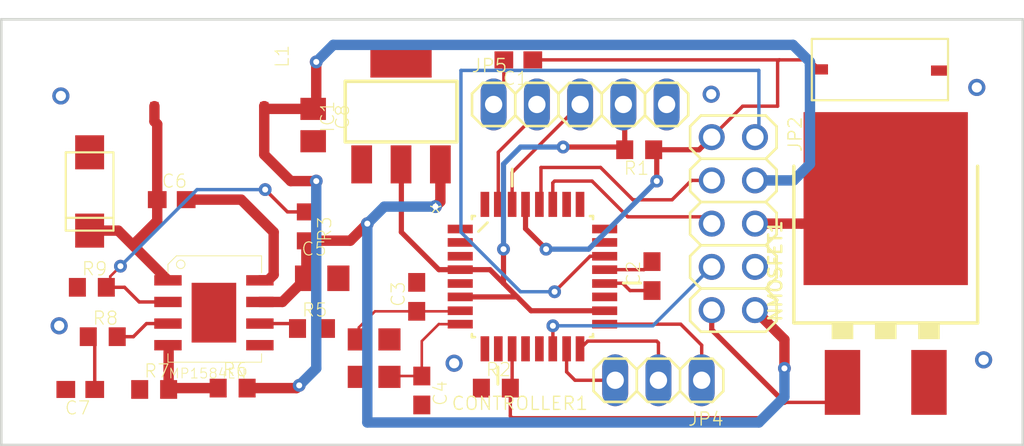
<source format=kicad_pcb>
(kicad_pcb (version 20221018) (generator pcbnew)
  (layers (0 "F.Cu" signal "Top") (31 "B.Cu" signal "Bottom") (34 "B.Paste" user) (35 "F.Paste" user) (36 "B.SilkS" user "B.Silkscreen") (37 "F.SilkS" user "F.Silkscreen") (38 "B.Mask" user) (39 "F.Mask" user) (44 "Edge.Cuts" user))
  (net 0 "")
  (net 1 "GND")
  (net 2 "/TX")
  (net 3 "/RX")
  (net 4 "/RESET")
  (net 5 "/SCL")
  (net 6 "/SDA")
  (net 7 "/POT")
  (net 8 "/AREF")
  (net 9 "/VCC")
  (net 10 "/SCK")
  (net 11 "/MISO")
  (net 12 "/MOSI")
  (net 13 "/PWM")
  (net 14 "/GATE")
  (net 15 "/XTAL2")
  (net 16 "/XTAL1")
  (net 17 "/DTR")
  (net 18 "Net-(IC1-PadTAB)")
  (net 19 "/VIN")
  (net 20 "Net-(C6-Pad2)")
  (net 21 "/FB1")
  (net 22 "/N21")
  (net 23 "/EN1")
  (net 24 "/N11")
  (net 25 "/7.2V")
  (net 26 "Net-(C7-Pad1)")
  (net 27 "/SGND")
  (net 28 "Net-(CONTROLLER1-Pad32)")
  (net 29 "Net-(CONTROLLER1-Pad26)")
  (net 30 "Net-(CONTROLLER1-Pad25)")
  (net 31 "Net-(CONTROLLER1-Pad24)")
  (net 32 "Net-(CONTROLLER1-Pad23)")
  (net 33 "Net-(CONTROLLER1-Pad13)")
  (net 34 "Net-(CONTROLLER1-Pad12)")
  (net 35 "Net-(CONTROLLER1-Pad10)")
  (net 36 "Net-(CONTROLLER1-Pad9)")
  (net 37 "Net-(CONTROLLER1-Pad2)")
  (net 38 "Net-(CONTROLLER1-Pad1)")
  (net 39 "Net-(MP1584EN_SERVO1-Pad6)")
  (footprint "ANI_I2C-SERVO_BOARD:C0603" (layer "F.Cu") (at 156.7211 107.5836 90)
    (fp_text reference "C2" (at -0.635 -0.635 90) (layer "F.SilkS") (effects (font (size 0.77216 0.77216) (thickness 0.061772)) (justify left bottom)))
    (fp_text value "0.1uf")
    (pad "1" smd rect (at -0.85 0 90) (size 1.1 1) (layers "F.Cu" "F.Paste" "F.Mask") (net 8 "/AREF"))
    (pad "2" smd rect (at 0.85 0 90) (size 1.1 1) (layers "F.Cu" "F.Paste" "F.Mask") (net 1 "GND"))
  )
  (footprint "ANI_I2C-SERVO_BOARD:C0603" (layer "F.Cu") (at 148.8711 94.8836 180)
    (fp_text reference "C1" (at -0.635 -0.635) (layer "F.SilkS") (effects (font (size 0.77216 0.77216) (thickness 0.061772)) (justify right top)))
    (fp_text value "0.1uf")
    (pad "1" smd rect (at -0.85 0 180) (size 1.1 1) (layers "F.Cu" "F.Paste" "F.Mask") (net 4 "/RESET"))
    (pad "2" smd rect (at 0.85 0 180) (size 1.1 1) (layers "F.Cu" "F.Paste" "F.Mask") (net 17 "/DTR"))
  )
  (footprint "ANI_I2C-SERVO_BOARD:C0805" (layer "F.Cu") (at 137.3511 107.7136)
    (fp_text reference "C5" (at -1.27 -1.27) (layer "F.SilkS") (effects (font (size 0.77216 0.77216) (thickness 0.061772)) (justify left bottom)))
    (fp_text value "10uf")
    (pad "1" smd rect (at -0.95 0) (size 1.3 1.5) (layers "F.Cu" "F.Paste" "F.Mask") (net 19 "/VIN"))
    (pad "2" smd rect (at 0.95 0) (size 1.3 1.5) (layers "F.Cu" "F.Paste" "F.Mask") (net 1 "GND"))
  )
  (footprint "ANI_I2C-SERVO_BOARD:C0805" (layer "F.Cu") (at 136.8211 98.7136 -90)
    (fp_text reference "C8" (at -1.27 -1.27 90) (layer "F.SilkS") (effects (font (size 0.77216 0.77216) (thickness 0.061772)) (justify right top)))
    (fp_text value "22uf/6.3V")
    (pad "1" smd rect (at -0.95 0 270) (size 1.3 1.5) (layers "F.Cu" "F.Paste" "F.Mask") (net 25 "/7.2V"))
    (pad "2" smd rect (at 0.95 0 270) (size 1.3 1.5) (layers "F.Cu" "F.Paste" "F.Mask") (net 1 "GND"))
  )
  (footprint "ANI_I2C-SERVO_BOARD:C0603" (layer "F.Cu") (at 123.1411 114.2436 180)
    (fp_text reference "C7" (at -0.635 -0.635) (layer "F.SilkS") (effects (font (size 0.77216 0.77216) (thickness 0.061772)) (justify right top)))
    (fp_text value "150pf")
    (pad "1" smd rect (at -0.85 0 180) (size 1.1 1) (layers "F.Cu" "F.Paste" "F.Mask") (net 26 "Net-(C7-Pad1)"))
    (pad "2" smd rect (at 0.85 0 180) (size 1.1 1) (layers "F.Cu" "F.Paste" "F.Mask") (net 1 "GND"))
  )
  (footprint "ANI_I2C-SERVO_BOARD:C0603" (layer "F.Cu") (at 128.5111 103.0936)
    (fp_text reference "C6" (at -0.635 -0.635) (layer "F.SilkS") (effects (font (size 0.77216 0.77216) (thickness 0.061772)) (justify left bottom)))
    (fp_text value "100nf")
    (pad "1" smd rect (at -0.85 0) (size 1.1 1) (layers "F.Cu" "F.Paste" "F.Mask") (net 24 "/N11"))
    (pad "2" smd rect (at 0.85 0) (size 1.1 1) (layers "F.Cu" "F.Paste" "F.Mask") (net 20 "Net-(C6-Pad2)"))
  )
  (footprint "ANI_I2C-SERVO_BOARD:SOT223" (layer "F.Cu") (at 141.9811 97.9236)
    (fp_text reference "IC1" (at -3.8608 1.27 90) (layer "F.SilkS") (effects (font (size 0.77216 0.77216) (thickness 0.061772)) (justify left bottom)))
    (fp_text value "LM1117MPX-")
    (fp_line (start -3.277 -1.778) (end 3.277 -1.778) (stroke (width 0.2032)) (layer "F.SilkS"))
    (fp_line (start -3.277 1.778) (end -3.277 -1.778) (stroke (width 0.2032)) (layer "F.SilkS"))
    (fp_line (start 3.277 -1.778) (end 3.277 1.778) (stroke (width 0.2032)) (layer "F.SilkS"))
    (fp_line (start 3.277 1.778) (end -3.277 1.778) (stroke (width 0.2032)) (layer "F.SilkS"))
    (pad "1" smd rect (at -2.311 3.099) (size 1.219 2.235) (layers "F.Cu" "F.Paste" "F.Mask") (net 1 "GND"))
    (pad "2" smd rect (at 0 3.099) (size 1.219 2.235) (layers "F.Cu" "F.Paste" "F.Mask") (net 9 "/VCC"))
    (pad "3" smd rect (at 2.311 3.099) (size 1.219 2.235) (layers "F.Cu" "F.Paste" "F.Mask") (net 19 "/VIN"))
    (pad "TAB" smd rect (at 0 -3.099) (size 3.6 2.2) (layers "F.Cu" "F.Paste" "F.Mask") (net 18 "Net-(IC1-PadTAB)"))
  )
  (footprint "ANI_I2C-SERVO_BOARD:MSS7341" (layer "F.Cu") (at 130.7211 97.6036 -90)
    (fp_text reference "L1" (at -3.65 -3.825 90) (layer "F.SilkS") (effects (font (size 0.77216 0.77216) (thickness 0.061772)) (justify right top)))
    (fp_text value "MSS7341")
    (pad "1" smd rect (at 0 -3.225 270) (size 0.5 0.5) (layers "F.Cu" "F.Mask") (net 25 "/7.2V"))
    (pad "2" smd rect (at 0 3.225 90) (size 0.5 0.5) (layers "F.Cu" "F.Mask") (net 24 "/N11"))
  )
  (footprint "ANI_I2C-SERVO_BOARD:SOP-8" (layer "F.Cu") (at 128.2911 111.6436)
    (fp_text reference "MP1584EN_SERVO1" hide)
    (fp_text value "MP1584EN" hide)
    (fp_text user "MP1584EN" (at 0 2) (layer "F.SilkS") (effects (font (size 0.57912 0.57912) (thickness 0.048768)) (justify left bottom)))
    (fp_line (start 0 -4.75) (end 0.5 -5.25) (stroke (width 0.05)) (layer "F.SilkS"))
    (fp_line (start 0 -4.25) (end 0 -4.75) (stroke (width 0.05)) (layer "F.SilkS"))
    (fp_line (start 0 0.5) (end 0 1) (stroke (width 0.05)) (layer "F.SilkS"))
    (fp_line (start 0 1) (end 5.5 1) (stroke (width 0.05)) (layer "F.SilkS"))
    (fp_line (start 0.5 -5.25) (end 5.5 -5.25) (stroke (width 0.05)) (layer "F.SilkS"))
    (fp_line (start 5.5 -5.25) (end 5.5 -4.25) (stroke (width 0.05)) (layer "F.SilkS"))
    (fp_line (start 5.5 1) (end 5.5 0.5) (stroke (width 0.05)) (layer "F.SilkS"))
    (fp_circle (center 0.75 -4.75) (end 1 -4.75) (stroke (width 0.05)) (fill none) (layer "F.SilkS"))
    (pad "1" smd rect (at 0 -3.81) (size 1.61 0.61) (layers "F.Cu" "F.Paste" "F.Mask") (net 24 "/N11"))
    (pad "2" smd rect (at 0 -2.54) (size 1.61 0.61) (layers "F.Cu" "F.Paste" "F.Mask") (net 23 "/EN1"))
    (pad "3" smd rect (at 0 -1.27) (size 1.61 0.61) (layers "F.Cu" "F.Paste" "F.Mask") (net 22 "/N21"))
    (pad "4" smd rect (at 0 0) (size 1.61 0.61) (layers "F.Cu" "F.Paste" "F.Mask") (net 21 "/FB1"))
    (pad "5" smd rect (at 5.4 0) (size 1.61 0.61) (layers "F.Cu" "F.Paste" "F.Mask") (net 1 "GND"))
    (pad "6" smd rect (at 5.4 -1.27) (size 1.61 0.61) (layers "F.Cu" "F.Paste" "F.Mask") (net 39 "Net-(MP1584EN_SERVO1-Pad6)"))
    (pad "7" smd rect (at 5.4 -2.54) (size 1.61 0.61) (layers "F.Cu" "F.Paste" "F.Mask") (net 19 "/VIN"))
    (pad "8" smd rect (at 5.4 -3.81) (size 1.61 0.61) (layers "F.Cu" "F.Paste" "F.Mask") (net 20 "Net-(C6-Pad2)"))
    (pad "9" smd rect (at 2.7 -1.91 90) (size 3.51 2.62) (layers "F.Cu" "F.Paste" "F.Mask"))
  )
  (footprint "ANI_I2C-SERVO_BOARD:R0603" (layer "F.Cu") (at 132.0911 114.1636)
    (fp_text reference "R6" (at -0.635 -0.635) (layer "F.SilkS") (effects (font (size 0.77216 0.77216) (thickness 0.061772)) (justify left bottom)))
    (fp_text value "320k")
    (pad "1" smd rect (at -0.85 0) (size 1 1.1) (layers "F.Cu" "F.Paste" "F.Mask") (net 21 "/FB1"))
    (pad "2" smd rect (at 0.85 0) (size 1 1.1) (layers "F.Cu" "F.Paste" "F.Mask") (net 25 "/7.2V"))
  )
  (footprint "ANI_I2C-SERVO_BOARD:R0603" (layer "F.Cu") (at 127.4811 114.2436)
    (fp_text reference "R7" (at -0.635 -0.635) (layer "F.SilkS") (effects (font (size 0.77216 0.77216) (thickness 0.061772)) (justify left bottom)))
    (fp_text value "40.2k")
    (pad "1" smd rect (at -0.85 0) (size 1 1.1) (layers "F.Cu" "F.Paste" "F.Mask") (net 1 "GND"))
    (pad "2" smd rect (at 0.85 0) (size 1 1.1) (layers "F.Cu" "F.Paste" "F.Mask") (net 21 "/FB1"))
  )
  (footprint "ANI_I2C-SERVO_BOARD:R0603" (layer "F.Cu") (at 124.4611 111.1436)
    (fp_text reference "R8" (at -0.635 -0.635) (layer "F.SilkS") (effects (font (size 0.77216 0.77216) (thickness 0.061772)) (justify left bottom)))
    (fp_text value "100k")
    (pad "1" smd rect (at -0.85 0) (size 1 1.1) (layers "F.Cu" "F.Paste" "F.Mask") (net 26 "Net-(C7-Pad1)"))
    (pad "2" smd rect (at 0.85 0) (size 1 1.1) (layers "F.Cu" "F.Paste" "F.Mask") (net 22 "/N21"))
  )
  (footprint "ANI_I2C-SERVO_BOARD:R0603" (layer "F.Cu") (at 136.4111 104.6636 -90)
    (fp_text reference "R3" (at -0.635 -0.635 90) (layer "F.SilkS") (effects (font (size 0.77216 0.77216) (thickness 0.061772)) (justify right top)))
    (fp_text value "100k")
    (pad "1" smd rect (at -0.85 0 270) (size 1 1.1) (layers "F.Cu" "F.Paste" "F.Mask") (net 23 "/EN1"))
    (pad "2" smd rect (at 0.85 0 270) (size 1 1.1) (layers "F.Cu" "F.Paste" "F.Mask") (net 19 "/VIN"))
  )
  (footprint "ANI_I2C-SERVO_BOARD:R0603" (layer "F.Cu") (at 136.7511 110.6636)
    (fp_text reference "R5" (at -0.635 -0.635) (layer "F.SilkS") (effects (font (size 0.77216 0.77216) (thickness 0.061772)) (justify left bottom)))
    (fp_text value "100k")
    (pad "1" smd rect (at -0.85 0) (size 1 1.1) (layers "F.Cu" "F.Paste" "F.Mask") (net 39 "Net-(MP1584EN_SERVO1-Pad6)"))
    (pad "2" smd rect (at 0.85 0) (size 1 1.1) (layers "F.Cu" "F.Paste" "F.Mask") (net 1 "GND"))
  )
  (footprint "ANI_I2C-SERVO_BOARD:R0603" (layer "F.Cu") (at 155.9711 100.1636 180)
    (fp_text reference "R1" (at -0.635 -0.635) (layer "F.SilkS") (effects (font (size 0.77216 0.77216) (thickness 0.061772)) (justify right top)))
    (fp_text value "10k")
    (pad "1" smd rect (at -0.85 0 180) (size 1 1.1) (layers "F.Cu" "F.Paste" "F.Mask") (net 4 "/RESET"))
    (pad "2" smd rect (at 0.85 0 180) (size 1 1.1) (layers "F.Cu" "F.Paste" "F.Mask") (net 9 "/VCC"))
  )
  (footprint "ANI_I2C-SERVO_BOARD:R0603" (layer "F.Cu") (at 123.8211 108.2436)
    (fp_text reference "R9" (at -0.635 -0.635) (layer "F.SilkS") (effects (font (size 0.77216 0.77216) (thickness 0.061772)) (justify left bottom)))
    (fp_text value "24.9k")
    (pad "1" smd rect (at -0.85 0) (size 1 1.1) (layers "F.Cu" "F.Paste" "F.Mask") (net 1 "GND"))
    (pad "2" smd rect (at 0.85 0) (size 1 1.1) (layers "F.Cu" "F.Paste" "F.Mask") (net 23 "/EN1"))
  )
  (footprint "ANI_I2C-SERVO_BOARD:R0603" (layer "F.Cu") (at 147.5511 114.1636)
    (fp_text reference "R2" (at -0.635 -0.635) (layer "F.SilkS") (effects (font (size 0.77216 0.77216) (thickness 0.061772)) (justify left bottom)))
    (fp_text value "10k")
    (pad "1" smd rect (at -0.85 0) (size 1 1.1) (layers "F.Cu" "F.Paste" "F.Mask") (net 1 "GND"))
    (pad "2" smd rect (at 0.85 0) (size 1 1.1) (layers "F.Cu" "F.Paste" "F.Mask") (net 14 "/GATE"))
  )
  (footprint "ANI_I2C-SERVO_BOARD:SMA-SS34" (layer "F.Cu") (at 125.0911 100.3136 -90)
    (fp_text reference "SS34_1" hide)
    (fp_text value "SMA-SS34/1N5822" hide)
    (fp_line (start 0 2.8) (end 0 0) (stroke (width 0.127)) (layer "F.SilkS"))
    (fp_line (start 0.05 0) (end 3.81 0) (stroke (width 0.127)) (layer "F.SilkS"))
    (fp_line (start 3.81 0) (end 3.85 0) (stroke (width 0.127)) (layer "F.SilkS"))
    (fp_line (start 3.85 0) (end 3.85 2.75) (stroke (width 0.127)) (layer "F.SilkS"))
    (fp_line (start 3.85 0) (end 4.6 0) (stroke (width 0.127)) (layer "F.SilkS"))
    (fp_line (start 4.6 0) (end 4.6 2.8) (stroke (width 0.127)) (layer "F.SilkS"))
    (fp_line (start 4.6 2.8) (end 0 2.8) (stroke (width 0.127)) (layer "F.SilkS"))
    (pad "1" smd rect (at 0 1.4 270) (size 2 1.7) (layers "F.Cu" "F.Paste" "F.Mask") (net 1 "GND"))
    (pad "2" smd rect (at 4.6 1.4 270) (size 2 1.7) (layers "F.Cu" "F.Paste" "F.Mask") (net 24 "/N11"))
  )
  (footprint "ANI_I2C-SERVO_BOARD:D2PAK" (layer "F.Cu") (at 170.4511 105.5736)
    (fp_text reference "NMOSFET1" (at -6.0325 4.7625 90) (layer "F.SilkS") (effects (font (size 0.77216 0.77216) (thickness 0.138988)) (justify left bottom)))
    (fp_text value "IRF540_D2PAK")
    (fp_line (start -5.3975 4.7625) (end -5.3975 -4.445) (stroke (width 0.2032)) (layer "F.SilkS"))
    (fp_line (start 5.3975 -4.445) (end 5.3975 4.7625) (stroke (width 0.2032)) (layer "F.SilkS"))
    (fp_line (start 5.3975 4.7625) (end -5.3975 4.7625) (stroke (width 0.2032)) (layer "F.SilkS"))
    (fp_poly (pts (xy -3.175 5.715) (xy -1.905 5.715) (xy -1.905 4.7625) (xy -3.175 4.7625)) (fill solid) (layer "F.SilkS"))
    (fp_poly (pts (xy -0.635 5.715) (xy 0.635 5.715) (xy 0.635 4.7624) (xy -0.635 4.7624)) (fill solid) (layer "F.SilkS"))
    (fp_poly (pts (xy 1.905 5.715) (xy 3.175 5.715) (xy 3.175 4.7625) (xy 1.905 4.7625)) (fill solid) (layer "F.SilkS"))
    (pad "1" smd rect (at -2.54 8.255 180) (size 2.08 3.81) (layers "F.Cu" "F.Paste" "F.Mask") (net 14 "/GATE"))
    (pad "2" smd rect (at 0 -2.54 270) (size 10.16 9.652) (layers "F.Cu" "F.Paste" "F.Mask") (net 27 "/SGND"))
    (pad "3" smd rect (at 2.54 8.255 180) (size 2.08 3.81) (layers "F.Cu" "F.Paste" "F.Mask") (net 1 "GND"))
  )
  (footprint "ANI_I2C-SERVO_BOARD:RST_SW_3.6X8_0.6X1MM" (layer "F.Cu") (at 174.1111 93.6536 180)
    (fp_text reference "TACTILE1" hide)
    (fp_text value "RST_SW_3.6X8_0.6X1MM" hide)
    (fp_line (start 0 -3.6) (end 0 0) (stroke (width 0.127)) (layer "F.SilkS"))
    (fp_line (start 0 0) (end 8 0) (stroke (width 0.127)) (layer "F.SilkS"))
    (fp_line (start 8 -3.6) (end 0 -3.6) (stroke (width 0.127)) (layer "F.SilkS"))
    (fp_line (start 8 0) (end 8 -3.6) (stroke (width 0.127)) (layer "F.SilkS"))
    (pad "P$1" smd rect (at 0.5 -1.86 180) (size 1 0.6) (layers "F.Cu" "F.Paste" "F.Mask") (net 1 "GND"))
    (pad "P$2" smd rect (at 7.55 -1.79 180) (size 1 0.6) (layers "F.Cu" "F.Paste" "F.Mask") (net 4 "/RESET"))
  )
  (footprint "ANI_I2C-SERVO_BOARD:QFP80P900X900X120-32N" (layer "F.Cu") (at 149.7011 107.6136)
    (fp_text reference "CONTROLLER1" (at -4.8006 7.8994) (layer "F.SilkS") (effects (font (size 0.77216 0.77216) (thickness 0.077216)) (justify left bottom)))
    (fp_text value "ATMEGA328P-AU")
    (fp_text user "*" (at -6.1976 -2.9464) (layer "F.SilkS") (effects (font (size 1.2065 1.2065) (thickness 0.0762)) (justify left bottom)))
    (fp_line (start -3.556 -3.556) (end -3.556 -3.3782) (stroke (width 0.1524)) (layer "F.SilkS"))
    (fp_line (start -3.556 3.3782) (end -3.556 3.556) (stroke (width 0.1524)) (layer "F.SilkS"))
    (fp_line (start -3.556 3.556) (end -3.3782 3.556) (stroke (width 0.1524)) (layer "F.SilkS"))
    (fp_line (start -3.3782 -3.556) (end -3.556 -3.556) (stroke (width 0.1524)) (layer "F.SilkS"))
    (fp_line (start -3.175 -2.6416) (end -2.6416 -3.175) (stroke (width 0.1524)) (layer "F.SilkS"))
    (fp_line (start -2.032 6.3246) (end -2.032 5.3086) (stroke (width 0.1524)) (layer "F.SilkS"))
    (fp_line (start -2.032 6.3246) (end -2.032 5.3086) (stroke (width 0.1524)) (layer "F.SilkS"))
    (fp_line (start -2.032 6.3246) (end -2.032 5.3086) (stroke (width 0.1524)) (layer "F.SilkS"))
    (fp_line (start -1.1938 -5.3086) (end -1.1938 -6.3246) (stroke (width 0.1524)) (layer "F.SilkS"))
    (fp_line (start 3.3782 3.556) (end 3.556 3.556) (stroke (width 0.1524)) (layer "F.SilkS"))
    (fp_line (start 3.556 -3.556) (end 3.3782 -3.556) (stroke (width 0.1524)) (layer "F.SilkS"))
    (fp_line (start 3.556 -3.3782) (end 3.556 -3.556) (stroke (width 0.1524)) (layer "F.SilkS"))
    (fp_line (start 3.556 3.556) (end 3.556 3.3782) (stroke (width 0.1524)) (layer "F.SilkS"))
    (fp_line (start 5.334 0.381) (end 6.35 0.381) (stroke (width 0.1524)) (layer "F.SilkS"))
    (fp_line (start 5.334 0.381) (end 6.35 0.381) (stroke (width 0.1524)) (layer "F.SilkS"))
    (fp_line (start 5.334 0.381) (end 6.35 0.381) (stroke (width 0.1524)) (layer "F.SilkS"))
    (fp_line (start 5.334 0.381) (end 6.35 0.381) (stroke (width 0.1524)) (layer "F.SilkS"))
    (pad "1" smd rect (at -4.2418 -2.794 270) (size 0.508 1.4732) (layers "F.Cu" "F.Paste" "F.Mask") (net 38 "Net-(CONTROLLER1-Pad1)"))
    (pad "2" smd rect (at -4.2418 -2.0066 270) (size 0.508 1.4732) (layers "F.Cu" "F.Paste" "F.Mask") (net 37 "Net-(CONTROLLER1-Pad2)"))
    (pad "3" smd rect (at -4.2418 -1.1938 270) (size 0.508 1.4732) (layers "F.Cu" "F.Paste" "F.Mask") (net 1 "GND"))
    (pad "4" smd rect (at -4.2418 -0.4064 270) (size 0.508 1.4732) (layers "F.Cu" "F.Paste" "F.Mask") (net 9 "/VCC"))
    (pad "5" smd rect (at -4.2418 0.4064 270) (size 0.508 1.4732) (layers "F.Cu" "F.Paste" "F.Mask") (net 1 "GND"))
    (pad "6" smd rect (at -4.2418 1.1938 270) (size 0.508 1.4732) (layers "F.Cu" "F.Paste" "F.Mask") (net 9 "/VCC"))
    (pad "7" smd rect (at -4.2418 2.0066 270) (size 0.508 1.4732) (layers "F.Cu" "F.Paste" "F.Mask") (net 16 "/XTAL1"))
    (pad "8" smd rect (at -4.2418 2.794 270) (size 0.508 1.4732) (layers "F.Cu" "F.Paste" "F.Mask") (net 15 "/XTAL2"))
    (pad "9" smd rect (at -2.794 4.2418 180) (size 0.508 1.4732) (layers "F.Cu" "F.Paste" "F.Mask") (net 36 "Net-(CONTROLLER1-Pad9)"))
    (pad "10" smd rect (at -2.0066 4.2418 180) (size 0.508 1.4732) (layers "F.Cu" "F.Paste" "F.Mask") (net 35 "Net-(CONTROLLER1-Pad10)"))
    (pad "11" smd rect (at -1.1938 4.2418 180) (size 0.508 1.4732) (layers "F.Cu" "F.Paste" "F.Mask") (net 14 "/GATE"))
    (pad "12" smd rect (at -0.4064 4.2418 180) (size 0.508 1.4732) (layers "F.Cu" "F.Paste" "F.Mask") (net 34 "Net-(CONTROLLER1-Pad12)"))
    (pad "13" smd rect (at 0.4064 4.2418 180) (size 0.508 1.4732) (layers "F.Cu" "F.Paste" "F.Mask") (net 33 "Net-(CONTROLLER1-Pad13)"))
    (pad "14" smd rect (at 1.1938 4.2418 180) (size 0.508 1.4732) (layers "F.Cu" "F.Paste" "F.Mask") (net 13 "/PWM"))
    (pad "15" smd rect (at 2.0066 4.2418 180) (size 0.508 1.4732) (layers "F.Cu" "F.Paste" "F.Mask") (net 12 "/MOSI"))
    (pad "16" smd rect (at 2.794 4.2418 180) (size 0.508 1.4732) (layers "F.Cu" "F.Paste" "F.Mask") (net 11 "/MISO"))
    (pad "17" smd rect (at 4.2418 2.794 270) (size 0.508 1.4732) (layers "F.Cu" "F.Paste" "F.Mask") (net 10 "/SCK"))
    (pad "18" smd rect (at 4.2418 2.0066 270) (size 0.508 1.4732) (layers "F.Cu" "F.Paste" "F.Mask") (net 9 "/VCC"))
    (pad "19" smd rect (at 4.2418 1.1938 270) (size 0.508 1.4732) (layers "F.Cu" "F.Paste" "F.Mask") (net 1 "GND"))
    (pad "20" smd rect (at 4.2418 0.4064 270) (size 0.508 1.4732) (layers "F.Cu" "F.Paste" "F.Mask") (net 8 "/AREF"))
    (pad "21" smd rect (at 4.2418 -0.4064 270) (size 0.508 1.4732) (layers "F.Cu" "F.Paste" "F.Mask") (net 1 "GND"))
    (pad "22" smd rect (at 4.2418 -1.1938 270) (size 0.508 1.4732) (layers "F.Cu" "F.Paste" "F.Mask") (net 7 "/POT"))
    (pad "23" smd rect (at 4.2418 -2.0066 270) (size 0.508 1.4732) (layers "F.Cu" "F.Paste" "F.Mask") (net 32 "Net-(CONTROLLER1-Pad23)"))
    (pad "24" smd rect (at 4.2418 -2.794 270) (size 0.508 1.4732) (layers "F.Cu" "F.Paste" "F.Mask") (net 31 "Net-(CONTROLLER1-Pad24)"))
    (pad "25" smd rect (at 2.794 -4.2418 180) (size 0.508 1.4732) (layers "F.Cu" "F.Paste" "F.Mask") (net 30 "Net-(CONTROLLER1-Pad25)"))
    (pad "26" smd rect (at 2.0066 -4.2418 180) (size 0.508 1.4732) (layers "F.Cu" "F.Paste" "F.Mask") (net 29 "Net-(CONTROLLER1-Pad26)"))
    (pad "27" smd rect (at 1.1938 -4.2418 180) (size 0.508 1.4732) (layers "F.Cu" "F.Paste" "F.Mask") (net 6 "/SDA"))
    (pad "28" smd rect (at 0.4064 -4.2418 180) (size 0.508 1.4732) (layers "F.Cu" "F.Paste" "F.Mask") (net 5 "/SCL"))
    (pad "29" smd rect (at -0.4064 -4.2418 180) (size 0.508 1.4732) (layers "F.Cu" "F.Paste" "F.Mask") (net 4 "/RESET"))
    (pad "30" smd rect (at -1.1938 -4.2418 180) (size 0.508 1.4732) (layers "F.Cu" "F.Paste" "F.Mask") (net 3 "/RX"))
    (pad "31" smd rect (at -2.0066 -4.2418 180) (size 0.508 1.4732) (layers "F.Cu" "F.Paste" "F.Mask") (net 2 "/TX"))
    (pad "32" smd rect (at -2.794 -4.2418 180) (size 0.508 1.4732) (layers "F.Cu" "F.Paste" "F.Mask") (net 28 "Net-(CONTROLLER1-Pad32)"))
  )
  (footprint "ANI_I2C-SERVO_BOARD:1X03" (layer "F.Cu") (at 157.1011 113.7036 180)
    (fp_text reference "JP4" (at -3.8862 -1.8288) (layer "F.SilkS") (effects (font (size 0.77216 0.77216) (thickness 0.077216)) (justify right top)))
    (fp_text value "PINHD-1X3")
    (fp_line (start -3.81 -0.635) (end -3.81 0.635) (stroke (width 0.1524)) (layer "F.SilkS"))
    (fp_line (start -3.81 0.635) (end -3.175 1.27) (stroke (width 0.1524)) (layer "F.SilkS"))
    (fp_line (start -3.175 -1.27) (end -3.81 -0.635) (stroke (width 0.1524)) (layer "F.SilkS"))
    (fp_line (start -3.175 -1.27) (end -1.905 -1.27) (stroke (width 0.1524)) (layer "F.SilkS"))
    (fp_line (start -1.905 -1.27) (end -1.27 -0.635) (stroke (width 0.1524)) (layer "F.SilkS"))
    (fp_line (start -1.905 1.27) (end -3.175 1.27) (stroke (width 0.1524)) (layer "F.SilkS"))
    (fp_line (start -1.27 -0.635) (end -1.27 0.635) (stroke (width 0.1524)) (layer "F.SilkS"))
    (fp_line (start -1.27 -0.635) (end -0.635 -1.27) (stroke (width 0.1524)) (layer "F.SilkS"))
    (fp_line (start -1.27 0.635) (end -1.905 1.27) (stroke (width 0.1524)) (layer "F.SilkS"))
    (fp_line (start -0.635 -1.27) (end 0.635 -1.27) (stroke (width 0.1524)) (layer "F.SilkS"))
    (fp_line (start -0.635 1.27) (end -1.27 0.635) (stroke (width 0.1524)) (layer "F.SilkS"))
    (fp_line (start 0.635 -1.27) (end 1.27 -0.635) (stroke (width 0.1524)) (layer "F.SilkS"))
    (fp_line (start 0.635 1.27) (end -0.635 1.27) (stroke (width 0.1524)) (layer "F.SilkS"))
    (fp_line (start 1.27 -0.635) (end 1.27 0.635) (stroke (width 0.1524)) (layer "F.SilkS"))
    (fp_line (start 1.27 -0.635) (end 1.905 -1.27) (stroke (width 0.1524)) (layer "F.SilkS"))
    (fp_line (start 1.27 0.635) (end 0.635 1.27) (stroke (width 0.1524)) (layer "F.SilkS"))
    (fp_line (start 1.905 -1.27) (end 3.175 -1.27) (stroke (width 0.1524)) (layer "F.SilkS"))
    (fp_line (start 1.905 1.27) (end 1.27 0.635) (stroke (width 0.1524)) (layer "F.SilkS"))
    (fp_line (start 3.175 -1.27) (end 3.81 -0.635) (stroke (width 0.1524)) (layer "F.SilkS"))
    (fp_line (start 3.175 1.27) (end 1.905 1.27) (stroke (width 0.1524)) (layer "F.SilkS"))
    (fp_line (start 3.81 -0.635) (end 3.81 0.635) (stroke (width 0.1524)) (layer "F.SilkS"))
    (fp_line (start 3.81 0.635) (end 3.175 1.27) (stroke (width 0.1524)) (layer "F.SilkS"))
    (pad "1" thru_hole oval (at -2.54 0 270) (size 3.048 1.524) (drill 1.016) (layers "*.Cu" "*.Mask") (net 10 "/SCK"))
    (pad "2" thru_hole oval (at 0 0 270) (size 3.048 1.524) (drill 1.016) (layers "*.Cu" "*.Mask") (net 11 "/MISO"))
    (pad "3" thru_hole oval (at 2.54 0 270) (size 3.048 1.524) (drill 1.016) (layers "*.Cu" "*.Mask") (net 12 "/MOSI"))
  )
  (footprint "ANI_I2C-SERVO_BOARD:2X05" (layer "F.Cu") (at 161.5011 104.5036 -90)
    (fp_text reference "JP2" (at -6.35 -3.175 90) (layer "F.SilkS") (effects (font (size 0.77216 0.77216) (thickness 0.077216)) (justify right top)))
    (fp_text value "PINHD-2X5")
    (fp_line (start -6.35 -1.905) (end -5.715 -2.54) (stroke (width 0.1524)) (layer "F.SilkS"))
    (fp_line (start -6.35 1.905) (end -6.35 -1.905) (stroke (width 0.1524)) (layer "F.SilkS"))
    (fp_line (start -6.35 1.905) (end -5.715 2.54) (stroke (width 0.1524)) (layer "F.SilkS"))
    (fp_line (start -5.715 -2.54) (end -4.445 -2.54) (stroke (width 0.1524)) (layer "F.SilkS"))
    (fp_line (start -5.715 2.54) (end -4.445 2.54) (stroke (width 0.1524)) (layer "F.SilkS"))
    (fp_line (start -4.445 -2.54) (end -3.81 -1.905) (stroke (width 0.1524)) (layer "F.SilkS"))
    (fp_line (start -4.445 2.54) (end -3.81 1.905) (stroke (width 0.1524)) (layer "F.SilkS"))
    (fp_line (start -3.81 -1.905) (end -3.81 1.905) (stroke (width 0.1524)) (layer "F.SilkS"))
    (fp_line (start -3.81 -1.905) (end -3.175 -2.54) (stroke (width 0.1524)) (layer "F.SilkS"))
    (fp_line (start -3.81 1.905) (end -3.175 2.54) (stroke (width 0.1524)) (layer "F.SilkS"))
    (fp_line (start -3.175 -2.54) (end -1.905 -2.54) (stroke (width 0.1524)) (layer "F.SilkS"))
    (fp_line (start -3.175 2.54) (end -1.905 2.54) (stroke (width 0.1524)) (layer "F.SilkS"))
    (fp_line (start -1.905 -2.54) (end -1.27 -1.905) (stroke (width 0.1524)) (layer "F.SilkS"))
    (fp_line (start -1.905 2.54) (end -1.27 1.905) (stroke (width 0.1524)) (layer "F.SilkS"))
    (fp_line (start -1.27 -1.905) (end -1.27 1.905) (stroke (width 0.1524)) (layer "F.SilkS"))
    (fp_line (start -1.27 -1.905) (end -0.635 -2.54) (stroke (width 0.1524)) (layer "F.SilkS"))
    (fp_line (start -1.27 1.905) (end -0.635 2.54) (stroke (width 0.1524)) (layer "F.SilkS"))
    (fp_line (start -0.635 -2.54) (end 0.635 -2.54) (stroke (width 0.1524)) (layer "F.SilkS"))
    (fp_line (start -0.635 2.54) (end 0.635 2.54) (stroke (width 0.1524)) (layer "F.SilkS"))
    (fp_line (start 0.635 -2.54) (end 1.27 -1.905) (stroke (width 0.1524)) (layer "F.SilkS"))
    (fp_line (start 0.635 2.54) (end 1.27 1.905) (stroke (width 0.1524)) (layer "F.SilkS"))
    (fp_line (start 1.27 -1.905) (end 1.27 1.905) (stroke (width 0.1524)) (layer "F.SilkS"))
    (fp_line (start 1.27 -1.905) (end 1.905 -2.54) (stroke (width 0.1524)) (layer "F.SilkS"))
    (fp_line (start 1.27 1.905) (end 1.905 2.54) (stroke (width 0.1524)) (layer "F.SilkS"))
    (fp_line (start 1.905 -2.54) (end 3.175 -2.54) (stroke (width 0.1524)) (layer "F.SilkS"))
    (fp_line (start 1.905 2.54) (end 3.175 2.54) (stroke (width 0.1524)) (layer "F.SilkS"))
    (fp_line (start 3.175 -2.54) (end 3.81 -1.905) (stroke (width 0.1524)) (layer "F.SilkS"))
    (fp_line (start 3.175 2.54) (end 3.81 1.905) (stroke (width 0.1524)) (layer "F.SilkS"))
    (fp_line (start 3.81 -1.905) (end 3.81 1.905) (stroke (width 0.1524)) (layer "F.SilkS"))
    (fp_line (start 3.81 -1.905) (end 4.445 -2.54) (stroke (width 0.1524)) (layer "F.SilkS"))
    (fp_line (start 3.81 1.905) (end 4.445 2.54) (stroke (width 0.1524)) (layer "F.SilkS"))
    (fp_line (start 4.445 -2.54) (end 5.715 -2.54) (stroke (width 0.1524)) (layer "F.SilkS"))
    (fp_line (start 4.445 2.54) (end 5.715 2.54) (stroke (width 0.1524)) (layer "F.SilkS"))
    (fp_line (start 5.715 -2.54) (end 6.35 -1.905) (stroke (width 0.1524)) (layer "F.SilkS"))
    (fp_line (start 5.715 2.54) (end 6.35 1.905) (stroke (width 0.1524)) (layer "F.SilkS"))
    (fp_line (start 6.35 -1.905) (end 6.35 1.905) (stroke (width 0.1524)) (layer "F.SilkS"))
    (pad "1" thru_hole circle (at -5.08 1.27 270) (size 1.524 1.524) (drill 1.016) (layers "*.Cu" "*.Mask") (net 4 "/RESET"))
    (pad "2" thru_hole circle (at -5.08 -1.27 270) (size 1.524 1.524) (drill 1.016) (layers "*.Cu" "*.Mask") (net 7 "/POT"))
    (pad "3" thru_hole circle (at -2.54 1.27 270) (size 1.524 1.524) (drill 1.016) (layers "*.Cu" "*.Mask") (net 5 "/SCL"))
    (pad "4" thru_hole circle (at -2.54 -1.27 270) (size 1.524 1.524) (drill 1.016) (layers "*.Cu" "*.Mask") (net 25 "/7.2V"))
    (pad "5" thru_hole circle (at 0 1.27 270) (size 1.524 1.524) (drill 1.016) (layers "*.Cu" "*.Mask") (net 6 "/SDA"))
    (pad "6" thru_hole circle (at 0 -1.27 270) (size 1.524 1.524) (drill 1.016) (layers "*.Cu" "*.Mask") (net 27 "/SGND"))
    (pad "7" thru_hole circle (at 2.54 1.27 270) (size 1.524 1.524) (drill 1.016) (layers "*.Cu" "*.Mask") (net 13 "/PWM"))
    (pad "8" thru_hole circle (at 2.54 -1.27 270) (size 1.524 1.524) (drill 1.016) (layers "*.Cu" "*.Mask") (net 1 "GND"))
    (pad "9" thru_hole circle (at 5.08 1.27 270) (size 1.524 1.524) (drill 1.016) (layers "*.Cu" "*.Mask") (net 14 "/GATE"))
    (pad "10" thru_hole circle (at 5.08 -1.27 270) (size 1.524 1.524) (drill 1.016) (layers "*.Cu" "*.Mask") (net 19 "/VIN"))
  )
  (footprint "ANI_I2C-SERVO_BOARD:1X05" (layer "F.Cu") (at 152.5011 97.5036)
    (fp_text reference "JP5" (at -6.4262 -1.8288) (layer "F.SilkS") (effects (font (size 0.77216 0.77216) (thickness 0.077216)) (justify left bottom)))
    (fp_text value "PINHD-1X5")
    (fp_line (start -6.35 -0.635) (end -6.35 0.635) (stroke (width 0.1524)) (layer "F.SilkS"))
    (fp_line (start -6.35 0.635) (end -5.715 1.27) (stroke (width 0.1524)) (layer "F.SilkS"))
    (fp_line (start -5.715 -1.27) (end -6.35 -0.635) (stroke (width 0.1524)) (layer "F.SilkS"))
    (fp_line (start -5.715 -1.27) (end -4.445 -1.27) (stroke (width 0.1524)) (layer "F.SilkS"))
    (fp_line (start -4.445 -1.27) (end -3.81 -0.635) (stroke (width 0.1524)) (layer "F.SilkS"))
    (fp_line (start -4.445 1.27) (end -5.715 1.27) (stroke (width 0.1524)) (layer "F.SilkS"))
    (fp_line (start -3.81 -0.635) (end -3.81 0.635) (stroke (width 0.1524)) (layer "F.SilkS"))
    (fp_line (start -3.81 -0.635) (end -3.175 -1.27) (stroke (width 0.1524)) (layer "F.SilkS"))
    (fp_line (start -3.81 0.635) (end -4.445 1.27) (stroke (width 0.1524)) (layer "F.SilkS"))
    (fp_line (start -3.175 -1.27) (end -1.905 -1.27) (stroke (width 0.1524)) (layer "F.SilkS"))
    (fp_line (start -3.175 1.27) (end -3.81 0.635) (stroke (width 0.1524)) (layer "F.SilkS"))
    (fp_line (start -1.905 -1.27) (end -1.27 -0.635) (stroke (width 0.1524)) (layer "F.SilkS"))
    (fp_line (start -1.905 1.27) (end -3.175 1.27) (stroke (width 0.1524)) (layer "F.SilkS"))
    (fp_line (start -1.27 -0.635) (end -1.27 0.635) (stroke (width 0.1524)) (layer "F.SilkS"))
    (fp_line (start -1.27 -0.635) (end -0.635 -1.27) (stroke (width 0.1524)) (layer "F.SilkS"))
    (fp_line (start -1.27 0.635) (end -1.905 1.27) (stroke (width 0.1524)) (layer "F.SilkS"))
    (fp_line (start -0.635 -1.27) (end 0.635 -1.27) (stroke (width 0.1524)) (layer "F.SilkS"))
    (fp_line (start -0.635 1.27) (end -1.27 0.635) (stroke (width 0.1524)) (layer "F.SilkS"))
    (fp_line (start 0.635 -1.27) (end 1.27 -0.635) (stroke (width 0.1524)) (layer "F.SilkS"))
    (fp_line (start 0.635 1.27) (end -0.635 1.27) (stroke (width 0.1524)) (layer "F.SilkS"))
    (fp_line (start 1.27 -0.635) (end 1.27 0.635) (stroke (width 0.1524)) (layer "F.SilkS"))
    (fp_line (start 1.27 0.635) (end 0.635 1.27) (stroke (width 0.1524)) (layer "F.SilkS"))
    (fp_line (start 1.27 0.635) (end 1.905 1.27) (stroke (width 0.1524)) (layer "F.SilkS"))
    (fp_line (start 1.905 -1.27) (end 1.27 -0.635) (stroke (width 0.1524)) (layer "F.SilkS"))
    (fp_line (start 1.905 -1.27) (end 3.175 -1.27) (stroke (width 0.1524)) (layer "F.SilkS"))
    (fp_line (start 3.175 -1.27) (end 3.81 -0.635) (stroke (width 0.1524)) (layer "F.SilkS"))
    (fp_line (start 3.175 1.27) (end 1.905 1.27) (stroke (width 0.1524)) (layer "F.SilkS"))
    (fp_line (start 3.81 -0.635) (end 3.81 0.635) (stroke (width 0.1524)) (layer "F.SilkS"))
    (fp_line (start 3.81 0.635) (end 3.175 1.27) (stroke (width 0.1524)) (layer "F.SilkS"))
    (fp_line (start 3.81 0.635) (end 4.445 1.27) (stroke (width 0.1524)) (layer "F.SilkS"))
    (fp_line (start 4.445 -1.27) (end 3.81 -0.635) (stroke (width 0.1524)) (layer "F.SilkS"))
    (fp_line (start 4.445 -1.27) (end 5.715 -1.27) (stroke (width 0.1524)) (layer "F.SilkS"))
    (fp_line (start 5.715 -1.27) (end 6.35 -0.635) (stroke (width 0.1524)) (layer "F.SilkS"))
    (fp_line (start 5.715 1.27) (end 4.445 1.27) (stroke (width 0.1524)) (layer "F.SilkS"))
    (fp_line (start 6.35 -0.635) (end 6.35 0.635) (stroke (width 0.1524)) (layer "F.SilkS"))
    (fp_line (start 6.35 0.635) (end 5.715 1.27) (stroke (width 0.1524)) (layer "F.SilkS"))
    (pad "1" thru_hole oval (at -5.08 0 90) (size 3.048 1.524) (drill 1.016) (layers "*.Cu" "*.Mask") (net 17 "/DTR"))
    (pad "2" thru_hole oval (at -2.54 0 90) (size 3.048 1.524) (drill 1.016) (layers "*.Cu" "*.Mask") (net 2 "/TX"))
    (pad "3" thru_hole oval (at 0 0 90) (size 3.048 1.524) (drill 1.016) (layers "*.Cu" "*.Mask") (net 3 "/RX"))
    (pad "4" thru_hole oval (at 2.54 0 90) (size 3.048 1.524) (drill 1.016) (layers "*.Cu" "*.Mask") (net 9 "/VCC"))
    (pad "5" thru_hole oval (at 5.08 0 90) (size 3.048 1.524) (drill 1.016) (layers "*.Cu" "*.Mask") (net 1 "GND"))
  )
  (footprint "ANI_I2C-SERVO_BOARD:C3BA" (layer "F.Cu") (at 140.4011 112.4036 90)
    (fp_text reference "CRYSTAL1" hide)
    (fp_text value "C3BA_CRYSTAL" hide)
    (pad "P$1" smd rect (at 1.1 -0.9 90) (size 1.3 1.3) (layers "F.Cu" "F.Paste" "F.Mask") (net 16 "/XTAL1"))
    (pad "P$2" smd rect (at -1.1 -0.9 90) (size 1.3 1.3) (layers "F.Cu" "F.Paste" "F.Mask"))
    (pad "P$3" smd rect (at -1.1 0.9 90) (size 1.3 1.3) (layers "F.Cu" "F.Paste" "F.Mask") (net 15 "/XTAL2"))
    (pad "P$4" smd rect (at 1.1 0.9 90) (size 1.3 1.3) (layers "F.Cu" "F.Paste" "F.Mask"))
  )
  (footprint "ANI_I2C-SERVO_BOARD:C0603" (layer "F.Cu") (at 142.9011 108.8036 90)
    (fp_text reference "C3" (at -0.635 -0.635 90) (layer "F.SilkS") (effects (font (size 0.77216 0.77216) (thickness 0.061772)) (justify left bottom)))
    (fp_text value "22pf")
    (pad "1" smd rect (at -0.85 0 90) (size 1.1 1) (layers "F.Cu" "F.Paste" "F.Mask") (net 16 "/XTAL1"))
    (pad "2" smd rect (at 0.85 0 90) (size 1.1 1) (layers "F.Cu" "F.Paste" "F.Mask") (net 1 "GND"))
  )
  (footprint "ANI_I2C-SERVO_BOARD:C0603" (layer "F.Cu") (at 143.2011 114.3036 -90)
    (fp_text reference "C4" (at -0.635 -0.635 90) (layer "F.SilkS") (effects (font (size 0.77216 0.77216) (thickness 0.061772)) (justify right top)))
    (fp_text value "22pf")
    (pad "1" smd rect (at -0.85 0 270) (size 1.1 1) (layers "F.Cu" "F.Paste" "F.Mask") (net 15 "/XTAL2"))
    (pad "2" smd rect (at 0.85 0 270) (size 1.1 1) (layers "F.Cu" "F.Paste" "F.Mask") (net 1 "GND"))
  )
  (gr_line (start 118.5011 92.5036) (end 118.5011 117.5036) (stroke (width 0.15)) (layer "Edge.Cuts"))
  (gr_line (start 178.5011 117.5036) (end 178.5011 92.5036) (stroke (width 0.15)) (layer "Edge.Cuts"))
  (gr_line (start 118.5011 117.5036) (end 178.5011 117.5036) (stroke (width 0.15)) (layer "Edge.Cuts"))
  (gr_line (start 178.5011 92.5036) (end 118.5011 92.5036) (stroke (width 0.15)) (layer "Edge.Cuts"))
  (segment (start 156.7211 106.7336) (end 156.2475 107.2072) (width 0.2) (layer "F.Cu") (net 1))
  (segment (start 156.2475 107.2072) (end 153.9429 107.2072) (width 0.2) (layer "F.Cu") (net 1))
  (via (at 145.1011 112.7036) (size 1.0064) (drill 0.6) (layers "F.Cu" "B.Cu") (net 1))
  (via (at 121.9011 110.5036) (size 1.0064) (drill 0.6) (layers "F.Cu" "B.Cu") (net 1))
  (via (at 175.8011 96.5036) (size 1.0064) (drill 0.6) (layers "F.Cu" "B.Cu") (net 1))
  (via (at 160.2011 96.9036) (size 1.0064) (drill 0.6) (layers "F.Cu" "B.Cu") (net 1))
  (via (at 122.0011 97.0036) (size 1.0064) (drill 0.6) (layers "F.Cu" "B.Cu") (net 1))
  (via (at 176.2011 112.5036) (size 1.0064) (drill 0.6) (layers "F.Cu" "B.Cu") (net 1))
  (segment (start 149.9611 98.0436) (end 147.6945 100.3102) (width 0.2) (layer "F.Cu") (net 2))
  (segment (start 147.6945 100.3102) (end 147.6945 103.3718) (width 0.2) (layer "F.Cu") (net 2))
  (segment (start 149.9611 97.5036) (end 149.9611 98.0436) (width 0.2) (layer "F.Cu") (net 2))
  (segment (start 148.5073 103.3718) (end 148.5073 101.4974) (width 0.2) (layer "F.Cu") (net 3))
  (segment (start 148.5073 101.4974) (end 152.5011 97.5036) (width 0.2) (layer "F.Cu") (net 3))
  (segment (start 157.0011 100.3436) (end 156.8211 100.1636) (width 0.3048) (layer "F.Cu") (net 4))
  (segment (start 149.2947 104.7972) (end 150.5011 106.0036) (width 0.3048) (layer "F.Cu") (net 4))
  (segment (start 166.0011 94.8836) (end 166.5611 95.4436) (width 0.2) (layer "F.Cu") (net 4))
  (segment (start 149.2947 103.3718) (end 149.2947 104.7972) (width 0.3048) (layer "F.Cu") (net 4))
  (segment (start 162.0511 97.6036) (end 164.1011 97.6036) (width 0.2) (layer "F.Cu") (net 4))
  (segment (start 164.1011 97.6036) (end 164.1011 94.9836) (width 0.2) (layer "F.Cu") (net 4))
  (segment (start 164.1011 94.9836) (end 164.2011 94.8836) (width 0.2) (layer "F.Cu") (net 4))
  (segment (start 156.8211 100.1636) (end 159.4911 100.1636) (width 0.3048) (layer "F.Cu") (net 4))
  (segment (start 149.7211 94.8836) (end 164.2011 94.8836) (width 0.2) (layer "F.Cu") (net 4))
  (segment (start 157.0011 102.0036) (end 157.0011 100.3436) (width 0.3048) (layer "F.Cu") (net 4))
  (segment (start 164.2011 94.8836) (end 166.0011 94.8836) (width 0.2) (layer "F.Cu") (net 4))
  (segment (start 160.2311 99.4236) (end 162.0511 97.6036) (width 0.2) (layer "F.Cu") (net 4))
  (segment (start 159.4911 100.1636) (end 160.2311 99.4236) (width 0.3048) (layer "F.Cu") (net 4))
  (via (at 157.0011 102.0036) (size 0.7564) (drill 0.35) (layers "F.Cu" "B.Cu") (net 4))
  (via (at 150.5011 106.0036) (size 0.7564) (drill 0.35) (layers "F.Cu" "B.Cu") (net 4))
  (segment (start 150.5011 106.0036) (end 153.0011 106.0036) (width 0.3048) (layer "B.Cu") (net 4))
  (segment (start 153.0011 106.0036) (end 157.0011 102.0036) (width 0.3048) (layer "B.Cu") (net 4))
  (segment (start 150.2011 103.2782) (end 150.1075 103.3718) (width 0.2) (layer "F.Cu") (net 5))
  (segment (start 155.6011 103.1036) (end 153.7011 101.2036) (width 0.2) (layer "F.Cu") (net 5))
  (segment (start 160.2311 101.9636) (end 159.0411 101.9636) (width 0.2) (layer "F.Cu") (net 5))
  (segment (start 153.7011 101.2036) (end 150.2011 101.2036) (width 0.2) (layer "F.Cu") (net 5))
  (segment (start 150.2011 101.2036) (end 150.2011 103.2782) (width 0.2) (layer "F.Cu") (net 5))
  (segment (start 157.9011 103.1036) (end 155.6011 103.1036) (width 0.2) (layer "F.Cu") (net 5))
  (segment (start 150.0011 103.2654) (end 150.1075 103.3718) (width 0.2) (layer "F.Cu") (net 5))
  (segment (start 159.0411 101.9636) (end 157.9011 103.1036) (width 0.2) (layer "F.Cu") (net 5))
  (segment (start 160.2311 101.9636) (end 159.5411 101.9636) (width 0.2) (layer "F.Cu") (net 5))
  (segment (start 151.0011 102.0036) (end 150.8949 102.1098) (width 0.2) (layer "F.Cu") (net 6))
  (segment (start 160.2311 104.5036) (end 159.8311 104.1036) (width 0.2) (layer "F.Cu") (net 6))
  (segment (start 150.8949 102.1098) (end 150.8949 103.3718) (width 0.2) (layer "F.Cu") (net 6))
  (segment (start 155.3011 104.1036) (end 153.2011 102.0036) (width 0.2) (layer "F.Cu") (net 6))
  (segment (start 159.8311 104.1036) (end 155.3011 104.1036) (width 0.2) (layer "F.Cu") (net 6))
  (segment (start 153.2011 102.0036) (end 151.0011 102.0036) (width 0.2) (layer "F.Cu") (net 6))
  (segment (start 151.0011 103.2656) (end 150.8949 103.3718) (width 0.2) (layer "F.Cu") (net 6))
  (segment (start 151.0011 108.5036) (end 153.0849 106.4198) (width 0.2) (layer "F.Cu") (net 7))
  (segment (start 153.0849 106.4198) (end 153.9429 106.4198) (width 0.2) (layer "F.Cu") (net 7))
  (via (at 151.0011 108.5036) (size 0.7564) (drill 0.35) (layers "F.Cu" "B.Cu") (net 7))
  (segment (start 145.5011 95.5036) (end 145.5011 105.0036) (width 0.2) (layer "B.Cu") (net 7))
  (segment (start 145.5011 105.0036) (end 149.0011 108.5036) (width 0.2) (layer "B.Cu") (net 7))
  (segment (start 149.0011 108.5036) (end 151.0011 108.5036) (width 0.2) (layer "B.Cu") (net 7))
  (segment (start 162.7711 99.4236) (end 163.0011 99.1936) (width 0.2) (layer "B.Cu") (net 7))
  (segment (start 163.0011 95.5036) (end 145.5011 95.5036) (width 0.2) (layer "B.Cu") (net 7))
  (segment (start 163.0011 99.1936) (end 163.0011 95.5036) (width 0.2) (layer "B.Cu") (net 7))
  (segment (start 155.4311 108.4336) (end 155.0011 108.0036) (width 0.2) (layer "F.Cu") (net 8))
  (segment (start 156.7211 108.4336) (end 155.4311 108.4336) (width 0.2) (layer "F.Cu") (net 8))
  (segment (start 153.9593 108.0036) (end 153.9429 108.02) (width 0.2) (layer "F.Cu") (net 8))
  (segment (start 155.0011 108.0036) (end 153.9593 108.0036) (width 0.2) (layer "F.Cu") (net 8))
  (segment (start 142.0011 105.0036) (end 144.2047 107.2072) (width 0.3048) (layer "F.Cu") (net 9))
  (segment (start 149.6177 109.6202) (end 148.8049 108.8074) (width 0.3048) (layer "F.Cu") (net 9))
  (segment (start 153.9429 109.6202) (end 149.6177 109.6202) (width 0.3048) (layer "F.Cu") (net 9))
  (segment (start 144.2047 107.2072) (end 145.4593 107.2072) (width 0.3048) (layer "F.Cu") (net 9))
  (segment (start 142.0011 101.0426) (end 142.0011 105.0036) (width 0.3048) (layer "F.Cu") (net 9))
  (segment (start 148.0011 108.0036) (end 147.2047 107.2072) (width 0.3048) (layer "F.Cu") (net 9))
  (segment (start 147.2047 107.2072) (end 145.4593 107.2072) (width 0.3048) (layer "F.Cu") (net 9))
  (segment (start 145.4593 108.8074) (end 148.8049 108.8074) (width 0.3048) (layer "F.Cu") (net 9))
  (segment (start 154.9611 100.0036) (end 155.1211 100.1636) (width 0.3048) (layer "F.Cu") (net 9))
  (segment (start 151.5011 100.0036) (end 154.9611 100.0036) (width 0.3048) (layer "F.Cu") (net 9))
  (segment (start 148.0011 108.0036) (end 148.0011 106.0036) (width 0.3048) (layer "F.Cu") (net 9))
  (segment (start 155.1211 100.1636) (end 155.1211 97.5836) (width 0.3048) (layer "F.Cu") (net 9))
  (segment (start 155.1211 97.5836) (end 155.0411 97.5036) (width 0.3048) (layer "F.Cu") (net 9))
  (segment (start 148.8049 108.8074) (end 148.0011 108.0036) (width 0.3048) (layer "F.Cu") (net 9))
  (segment (start 141.9811 101.0226) (end 142.0011 101.0426) (width 0.3048) (layer "F.Cu") (net 9))
  (via (at 148.0011 106.0036) (size 0.7564) (drill 0.35) (layers "F.Cu" "B.Cu") (net 9))
  (via (at 151.5011 100.0036) (size 0.7564) (drill 0.35) (layers "F.Cu" "B.Cu") (net 9))
  (segment (start 148.0011 101.0036) (end 149.0011 100.0036) (width 0.3048) (layer "B.Cu") (net 9))
  (segment (start 149.0011 100.0036) (end 151.5011 100.0036) (width 0.3048) (layer "B.Cu") (net 9))
  (segment (start 148.0011 106.0036) (end 148.0011 101.0036) (width 0.3048) (layer "B.Cu") (net 9))
  (segment (start 159.6411 111.6436) (end 158.4051 110.4076) (width 0.2) (layer "F.Cu") (net 10))
  (segment (start 159.6411 113.7036) (end 159.6411 111.6436) (width 0.2) (layer "F.Cu") (net 10))
  (segment (start 158.4051 110.4076) (end 153.9429 110.4076) (width 0.2) (layer "F.Cu") (net 10))
  (segment (start 157.1011 111.5036) (end 157.0011 111.4036) (width 0.2) (layer "F.Cu") (net 11))
  (segment (start 157.1011 113.7036) (end 157.1011 111.5036) (width 0.2) (layer "F.Cu") (net 11))
  (segment (start 157.0011 111.4036) (end 152.9469 111.4036) (width 0.2) (layer "F.Cu") (net 11))
  (segment (start 152.9469 111.4036) (end 152.4951 111.8554) (width 0.2) (layer "F.Cu") (net 11))
  (segment (start 154.5611 113.7036) (end 152.2011 113.7036) (width 0.2) (layer "F.Cu") (net 12))
  (segment (start 152.2011 113.7036) (end 151.7077 113.2102) (width 0.2) (layer "F.Cu") (net 12))
  (segment (start 151.7077 113.2102) (end 151.7077 111.8554) (width 0.2) (layer "F.Cu") (net 12))
  (segment (start 150.8949 111.8554) (end 150.9011 111.8492) (width 0.2) (layer "F.Cu") (net 13))
  (segment (start 150.9011 111.8492) (end 150.9011 110.5036) (width 0.2) (layer "F.Cu") (net 13))
  (via (at 150.9011 110.5036) (size 0.7564) (drill 0.35) (layers "F.Cu" "B.Cu") (net 13))
  (segment (start 156.7711 110.5036) (end 160.2311 107.0436) (width 0.2) (layer "B.Cu") (net 13))
  (segment (start 150.9011 110.5036) (end 156.7711 110.5036) (width 0.2) (layer "B.Cu") (net 13))
  (segment (start 148.4011 115.8036) (end 148.4011 114.1636) (width 0.2) (layer "F.Cu") (net 14))
  (segment (start 164.5011 115.0036) (end 160.2311 110.7336) (width 0.3048) (layer "F.Cu") (net 14))
  (segment (start 164.3851 115.0036) (end 164.5011 115.0036) (width 0.2) (layer "F.Cu") (net 14))
  (segment (start 148.5073 114.0574) (end 148.5073 111.8554) (width 0.2) (layer "F.Cu") (net 14))
  (segment (start 148.4011 114.1636) (end 148.5073 114.0574) (width 0.2) (layer "F.Cu") (net 14))
  (segment (start 168.0011 115.0036) (end 167.9111 114.9136) (width 0.2) (layer "F.Cu") (net 14))
  (segment (start 164.3851 115.0036) (end 163.4851 115.9036) (width 0.2) (layer "F.Cu") (net 14))
  (segment (start 164.5011 115.0036) (end 168.0011 115.0036) (width 0.2) (layer "F.Cu") (net 14))
  (segment (start 163.4851 115.9036) (end 148.5011 115.9036) (width 0.2) (layer "F.Cu") (net 14))
  (segment (start 160.2311 110.7336) (end 160.2311 109.5836) (width 0.3048) (layer "F.Cu") (net 14))
  (segment (start 148.5011 115.9036) (end 148.4011 115.8036) (width 0.2) (layer "F.Cu") (net 14))
  (segment (start 167.9111 114.9136) (end 167.9111 113.8286) (width 0.2) (layer "F.Cu") (net 14))
  (segment (start 141.3511 113.4536) (end 143.2011 113.4536) (width 0.1524) (layer "F.Cu") (net 15))
  (segment (start 145.1511 110.5036) (end 145.3633 110.5036) (width 0.2) (layer "F.Cu") (net 15))
  (segment (start 143.2011 111.4036) (end 144.2011 110.4036) (width 0.1524) (layer "F.Cu") (net 15))
  (segment (start 144.2051 110.4076) (end 145.4593 110.4076) (width 0.1524) (layer "F.Cu") (net 15))
  (segment (start 143.2011 113.4536) (end 143.2011 111.4036) (width 0.1524) (layer "F.Cu") (net 15))
  (segment (start 144.2011 110.4036) (end 144.2051 110.4076) (width 0.1524) (layer "F.Cu") (net 15))
  (segment (start 145.3633 110.5036) (end 145.4593 110.4076) (width 0.2) (layer "F.Cu") (net 15))
  (segment (start 141.3011 113.5036) (end 141.3511 113.4536) (width 0.1524) (layer "F.Cu") (net 15))
  (segment (start 139.5011 111.3036) (end 139.5011 110.6036) (width 0.1524) (layer "F.Cu") (net 16))
  (segment (start 142.9011 109.6536) (end 145.4259 109.6536) (width 0.1524) (layer "F.Cu") (net 16))
  (segment (start 145.4259 109.6536) (end 145.4593 109.6202) (width 0.1524) (layer "F.Cu") (net 16))
  (segment (start 140.4511 109.6536) (end 142.9011 109.6536) (width 0.1524) (layer "F.Cu") (net 16))
  (segment (start 139.5011 110.6036) (end 140.4511 109.6536) (width 0.1524) (layer "F.Cu") (net 16))
  (segment (start 148.0211 96.9036) (end 147.4211 97.5036) (width 0.2) (layer "F.Cu") (net 17))
  (segment (start 148.0211 94.8836) (end 148.0211 96.9036) (width 0.2) (layer "F.Cu") (net 17))
  (segment (start 148.0211 94.8836) (end 148.0211 94.9836) (width 0.2) (layer "F.Cu") (net 17))
  (segment (start 136.4211 107.6936) (end 136.4211 105.5036) (width 0.6096) (layer "F.Cu") (net 19))
  (segment (start 135.0111 109.1036) (end 133.6911 109.1036) (width 0.6096) (layer "F.Cu") (net 19))
  (segment (start 136.4111 105.5136) (end 136.4211 105.5036) (width 0.6096) (layer "F.Cu") (net 19))
  (segment (start 144.0011 103.5036) (end 144.2921 103.2126) (width 0.6096) (layer "F.Cu") (net 19))
  (segment (start 164.5011 113.0036) (end 164.5011 111.3136) (width 0.6096) (layer "F.Cu") (net 19))
  (segment (start 144.2921 103.2126) (end 144.2921 101.0226) (width 0.6096) (layer "F.Cu") (net 19))
  (segment (start 164.5011 111.3136) (end 162.7711 109.5836) (width 0.6096) (layer "F.Cu") (net 19))
  (segment (start 139.0011 105.5036) (end 140.0011 104.5036) (width 0.6096) (layer "F.Cu") (net 19))
  (segment (start 136.4211 105.5036) (end 139.0011 105.5036) (width 0.6096) (layer "F.Cu") (net 19))
  (segment (start 136.4011 107.7136) (end 135.0111 109.1036) (width 0.6096) (layer "F.Cu") (net 19))
  (segment (start 136.4011 107.7136) (end 136.4211 107.6936) (width 0.6096) (layer "F.Cu") (net 19))
  (via (at 140.0011 104.5036) (size 0.7564) (drill 0.35) (layers "F.Cu" "B.Cu") (net 19))
  (via (at 144.0011 103.5036) (size 0.7564) (drill 0.35) (layers "F.Cu" "B.Cu") (net 19))
  (via (at 164.5011 113.0036) (size 0.7564) (drill 0.35) (layers "F.Cu" "B.Cu") (net 19))
  (segment (start 140.0011 116.1828) (end 163.0011 116.1828) (width 0.6096) (layer "B.Cu") (net 19))
  (segment (start 140.0011 104.5036) (end 140.0011 116.1828) (width 0.6096) (layer "B.Cu") (net 19))
  (segment (start 141.0011 103.5036) (end 144.0011 103.5036) (width 0.6096) (layer "B.Cu") (net 19))
  (segment (start 140.0011 104.5036) (end 141.0011 103.5036) (width 0.6096) (layer "B.Cu") (net 19))
  (segment (start 163.0011 116.1828) (end 164.5011 114.6828) (width 0.6096) (layer "B.Cu") (net 19))
  (segment (start 164.5011 114.6828) (end 164.5011 113.0036) (width 0.6096) (layer "B.Cu") (net 19))
  (segment (start 134.5011 107.5036) (end 134.1711 107.8336) (width 0.6096) (layer "F.Cu") (net 20))
  (segment (start 129.3611 103.0936) (end 132.5911 103.0936) (width 0.6096) (layer "F.Cu") (net 20))
  (segment (start 134.1711 107.8336) (end 133.6911 107.8336) (width 0.6096) (layer "F.Cu") (net 20))
  (segment (start 134.5011 105.0036) (end 134.5011 107.5036) (width 0.6096) (layer "F.Cu") (net 20))
  (segment (start 132.5911 103.0936) (end 134.5011 105.0036) (width 0.6096) (layer "F.Cu") (net 20))
  (segment (start 128.3311 111.6836) (end 128.2911 111.6436) (width 0.2) (layer "F.Cu") (net 21))
  (segment (start 128.3311 112.0036) (end 128.3311 111.6836) (width 0.2) (layer "F.Cu") (net 21))
  (segment (start 131.2411 114.1636) (end 128.4111 114.1636) (width 0.6096) (layer "F.Cu") (net 21))
  (segment (start 128.3311 114.2436) (end 128.3311 112.0036) (width 0.6096) (layer "F.Cu") (net 21))
  (segment (start 128.4111 114.1636) (end 128.3311 114.2436) (width 0.6096) (layer "F.Cu") (net 21))
  (segment (start 126.2611 111.1436) (end 127.0311 110.3736) (width 0.2) (layer "F.Cu") (net 22))
  (segment (start 125.3111 111.1436) (end 126.2611 111.1436) (width 0.2) (layer "F.Cu") (net 22))
  (segment (start 128.1611 110.2436) (end 128.2911 110.3736) (width 0.2) (layer "F.Cu") (net 22))
  (segment (start 127.0311 110.3736) (end 128.2911 110.3736) (width 0.2) (layer "F.Cu") (net 22))
  (segment (start 135.3111 103.8136) (end 136.4111 103.8136) (width 0.2) (layer "F.Cu") (net 23))
  (segment (start 124.6711 108.2436) (end 124.9011 108.0136) (width 0.1524) (layer "F.Cu") (net 23))
  (segment (start 134.0011 102.5036) (end 135.3111 103.8136) (width 0.2) (layer "F.Cu") (net 23))
  (segment (start 126.6011 109.1036) (end 125.7411 108.2436) (width 0.2) (layer "F.Cu") (net 23))
  (segment (start 128.2911 109.1036) (end 126.6011 109.1036) (width 0.2) (layer "F.Cu") (net 23))
  (segment (start 124.9011 107.6036) (end 125.5011 107.0036) (width 0.1524) (layer "F.Cu") (net 23))
  (segment (start 125.7411 108.2436) (end 124.6711 108.2436) (width 0.2) (layer "F.Cu") (net 23))
  (segment (start 124.9011 108.0136) (end 124.9011 107.6036) (width 0.1524) (layer "F.Cu") (net 23))
  (via (at 125.5011 107.0036) (size 0.7564) (drill 0.35) (layers "F.Cu" "B.Cu") (net 23))
  (via (at 134.0011 102.5036) (size 0.7564) (drill 0.35) (layers "F.Cu" "B.Cu") (net 23))
  (segment (start 130.0011 102.5036) (end 134.0011 102.5036) (width 0.2) (layer "B.Cu") (net 23))
  (segment (start 125.5011 107.0036) (end 130.0011 102.5036) (width 0.2) (layer "B.Cu") (net 23))
  (segment (start 126.4811 106.0236) (end 125.3711 104.9136) (width 0.6096) (layer "F.Cu") (net 24))
  (segment (start 127.6611 104.3436) (end 127.6611 103.0936) (width 0.6096) (layer "F.Cu") (net 24))
  (segment (start 125.3711 104.9136) (end 123.6911 104.9136) (width 0.6096) (layer "F.Cu") (net 24))
  (segment (start 127.6611 103.0936) (end 127.6611 98.6636) (width 0.6096) (layer "F.Cu") (net 24))
  (segment (start 127.6611 98.6636) (end 127.4961 98.4986) (width 0.6096) (layer "F.Cu") (net 24))
  (segment (start 128.2911 107.8336) (end 126.4811 106.0236) (width 0.6096) (layer "F.Cu") (net 24))
  (segment (start 126.4811 105.5236) (end 127.6611 104.3436) (width 0.6096) (layer "F.Cu") (net 24))
  (segment (start 127.4961 98.4986) (end 127.4961 97.6036) (width 0.6096) (layer "F.Cu") (net 24))
  (segment (start 126.4811 106.0236) (end 126.4811 105.5236) (width 0.6096) (layer "F.Cu") (net 24))
  (segment (start 135.5011 102.0036) (end 133.9461 100.4486) (width 0.6096) (layer "F.Cu") (net 25))
  (segment (start 137.0011 97.5836) (end 137.0011 95.0036) (width 0.6096) (layer "F.Cu") (net 25))
  (segment (start 132.9411 114.1636) (end 135.8411 114.1636) (width 0.6096) (layer "F.Cu") (net 25))
  (segment (start 137.0011 102.0036) (end 135.5011 102.0036) (width 0.6096) (layer "F.Cu") (net 25))
  (segment (start 136.8211 97.7636) (end 137.0011 97.5836) (width 0.6096) (layer "F.Cu") (net 25))
  (segment (start 133.9461 97.6036) (end 134.1061 97.7636) (width 0.6096) (layer "F.Cu") (net 25))
  (segment (start 135.8411 114.1636) (end 136.0011 114.0036) (width 0.6096) (layer "F.Cu") (net 25))
  (segment (start 133.9461 100.4486) (end 133.9461 97.6036) (width 0.6096) (layer "F.Cu") (net 25))
  (segment (start 134.1061 97.7636) (end 136.8211 97.7636) (width 0.6096) (layer "F.Cu") (net 25))
  (via (at 136.0011 114.0036) (size 0.7564) (drill 0.35) (layers "F.Cu" "B.Cu") (net 25))
  (via (at 137.0011 102.0036) (size 0.7564) (drill 0.35) (layers "F.Cu" "B.Cu") (net 25))
  (via (at 137.0011 95.0036) (size 0.7564) (drill 0.35) (layers "F.Cu" "B.Cu") (net 25))
  (segment (start 165.0011 94.0036) (end 166.0011 95.0036) (width 0.6096) (layer "B.Cu") (net 25))
  (segment (start 136.0011 114.0036) (end 137.0011 113.0036) (width 0.6096) (layer "B.Cu") (net 25))
  (segment (start 137.0011 95.0036) (end 138.0011 94.0036) (width 0.6096) (layer "B.Cu") (net 25))
  (segment (start 138.0011 94.0036) (end 165.0011 94.0036) (width 0.6096) (layer "B.Cu") (net 25))
  (segment (start 166.0011 95.2036) (end 166.0011 101.0036) (width 0.6096) (layer "B.Cu") (net 25))
  (segment (start 166.0011 95.0036) (end 166.0011 95.2036) (width 0.6096) (layer "B.Cu") (net 25))
  (segment (start 165.0411 101.9636) (end 162.7711 101.9636) (width 0.6096) (layer "B.Cu") (net 25))
  (segment (start 137.0011 113.0036) (end 137.0011 102.0036) (width 0.6096) (layer "B.Cu") (net 25))
  (segment (start 166.0011 101.0036) (end 165.0411 101.9636) (width 0.6096) (layer "B.Cu") (net 25))
  (segment (start 123.9911 114.2436) (end 123.9911 111.5236) (width 0.2) (layer "F.Cu") (net 26))
  (segment (start 123.9911 111.5236) (end 123.6111 111.1436) (width 0.2) (layer "F.Cu") (net 26))
  (segment (start 165.5011 104.5036) (end 168.5011 104.5036) (width 0.6096) (layer "F.Cu") (net 27))
  (segment (start 168.5011 104.5036) (end 170.0011 103.0036) (width 0.6096) (layer "F.Cu") (net 27))
  (segment (start 162.7711 104.5036) (end 165.5011 104.5036) (width 0.6096) (layer "F.Cu") (net 27))
  (segment (start 170.0011 102.0036) (end 170.5011 102.5036) (width 0.6096) (layer "F.Cu") (net 27))
  (segment (start 170.4511 102.5536) (end 170.4511 103.0336) (width 0.6096) (layer "F.Cu") (net 27))
  (segment (start 170.5011 102.5036) (end 170.4511 102.5536) (width 0.6096) (layer "F.Cu") (net 27))
  (segment (start 170.0011 103.0036) (end 170.0011 102.0036) (width 0.6096) (layer "F.Cu") (net 27))
  (segment (start 135.6111 110.3736) (end 135.9011 110.6636) (width 0.2) (layer "F.Cu") (net 39))
  (segment (start 133.6911 110.3736) (end 135.6111 110.3736) (width 0.2) (layer "F.Cu") (net 39))
)
</source>
